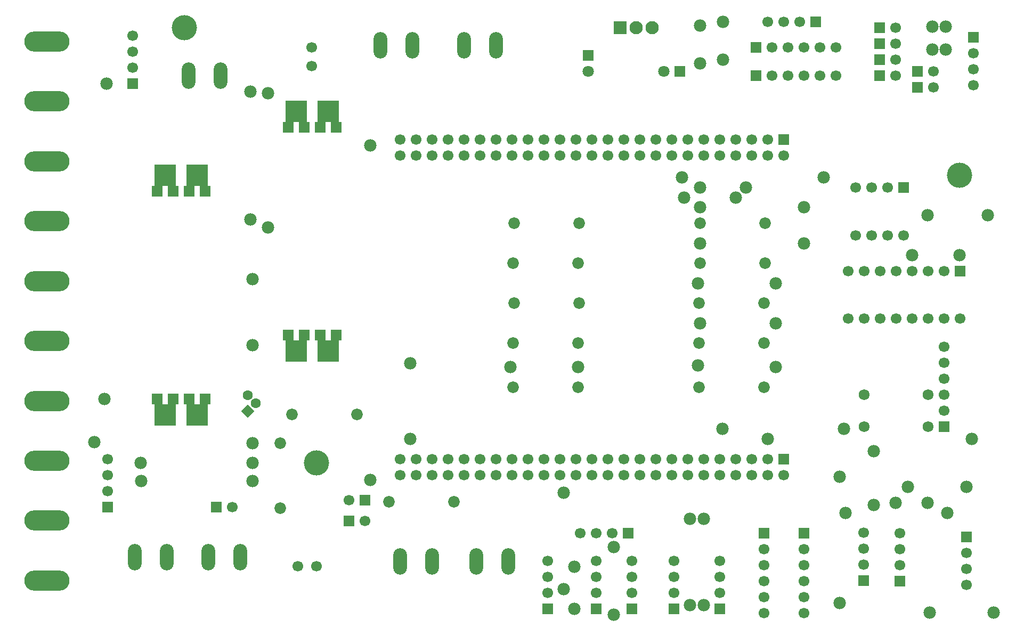
<source format=gbr>
G04 DipTrace 2.3.1.0*
%INBottomMask.gbr*%
%MOIN*%
%ADD19C,0.1575*%
%ADD28C,0.063*%
%ADD50C,0.0779*%
%ADD52R,0.1345X0.1345*%
%ADD54C,0.0827*%
%ADD55C,0.0669*%
%ADD56R,0.0827X0.0827*%
%ADD57R,0.0669X0.0669*%
%ADD58C,0.0679*%
%ADD60C,0.0679*%
%ADD62C,0.0728*%
%ADD65C,0.0669*%
%ADD69O,0.2835X0.126*%
%ADD71O,0.0866X0.1654*%
%ADD73C,0.0709*%
%ADD74R,0.0709X0.0709*%
%FSLAX44Y44*%
G04*
G70*
G90*
G75*
G01*
%LNBotMask*%
%LPD*%
D50*
X67916Y5057D3*
X63916D3*
X28927Y34301D3*
Y13364D3*
X60416Y15178D3*
Y11807D3*
X64916Y41745D3*
Y40307D3*
X64103Y41745D3*
Y40307D3*
X41679Y5303D3*
Y7928D3*
X22541Y37557D3*
Y29182D3*
X21416Y37682D3*
Y29682D3*
X62554Y12928D3*
X66229D3*
X64916Y40307D3*
D3*
X31412Y15929D3*
Y20680D3*
X54304Y23178D3*
X49554D3*
X56054Y30428D3*
X49554D3*
X56054Y28178D3*
X49554D3*
X49429Y25678D3*
X54304D3*
Y20428D3*
X49429Y20553D3*
X62812Y27428D3*
X65804D3*
X11660Y15741D3*
X21554Y15678D3*
X12410Y38178D3*
X12304Y18428D3*
X63804Y29928D3*
X67554D3*
X65041Y11307D3*
X58666D3*
X44166Y4941D3*
Y9182D3*
X49791Y10932D3*
Y5553D3*
X48916Y10932D3*
Y5553D3*
X48429Y32303D3*
X57304D3*
X41041Y12557D3*
Y6553D3*
X58291Y5682D3*
Y13557D3*
X49554Y41803D3*
Y39428D3*
X50992Y42053D3*
Y39678D3*
X58554Y16572D3*
X50947D3*
X53804Y15928D3*
X66554D3*
X21554Y14428D3*
X14554D3*
X48554Y31053D3*
X51804D3*
X49554Y31678D3*
X52429D3*
X61804Y11928D3*
X63804D3*
X14598Y13303D3*
X21554D3*
X52429Y31678D3*
X37679Y20428D3*
X41929D3*
X21554Y25928D3*
Y21803D3*
D74*
X48304Y38928D3*
D73*
X47304D3*
X42554D3*
D74*
Y39928D3*
D19*
X17304Y41678D3*
X65804Y32428D3*
X25554Y14428D3*
D71*
X35554Y8278D3*
X37554Y8279D3*
D69*
X8701Y25815D3*
Y22067D3*
Y33312D3*
Y29564D3*
Y40808D3*
Y37060D3*
Y18319D3*
Y14571D3*
Y10823D3*
Y7075D3*
D71*
X30804Y8278D3*
X32804Y8279D3*
X18804Y8528D3*
X20804Y8529D3*
X14179Y8528D3*
X16179Y8529D3*
X19554Y38678D3*
X17554D3*
X36804Y40578D3*
X34804D3*
X31554D3*
X29554D3*
D57*
X64831Y16697D3*
D55*
Y17697D3*
Y18697D3*
Y19697D3*
Y20697D3*
Y21697D3*
D57*
X12492Y11678D3*
D55*
Y12678D3*
Y13678D3*
Y14678D3*
D57*
X14054Y38178D3*
D55*
Y39178D3*
Y40178D3*
Y41178D3*
D65*
X24379Y7966D3*
X25561D3*
X25266Y39254D3*
Y40435D3*
D57*
X19304Y11678D3*
D55*
X20304D3*
D28*
X21258Y18678D3*
X21758Y18178D3*
G36*
X21668Y17678D2*
X21258Y17268D1*
X20848Y17678D1*
X21258Y18088D1*
X21668Y17678D1*
G37*
D62*
X37929Y24428D3*
X42004D3*
X53554D3*
X49479D3*
X41929Y26928D3*
X37854D3*
X49554D3*
X53629D3*
X37929Y29428D3*
X42004D3*
X53629D3*
X49554D3*
X41929Y21928D3*
X37854D3*
X49479D3*
X53554D3*
X23304Y15678D3*
Y11604D3*
X24017Y17466D3*
X28092D3*
X41929Y19178D3*
X37854D3*
X49479D3*
X53554D3*
D60*
X59831Y18697D3*
D58*
X63831D3*
D60*
X59831Y16697D3*
D58*
X63831D3*
D62*
X34163Y11991D3*
X30088D3*
D57*
X28600Y12116D3*
D55*
X27600D3*
D57*
X62304Y31678D3*
D55*
X61304D3*
X60304D3*
X59304D3*
Y28678D3*
X60304D3*
X61304D3*
X62304D3*
D57*
X63166Y38932D3*
D55*
X64166D3*
D57*
X54804Y34678D3*
D55*
Y33678D3*
X53804Y34678D3*
Y33678D3*
X52804Y34678D3*
Y33678D3*
X51804Y34678D3*
Y33678D3*
X50804Y34678D3*
Y33678D3*
X49804Y34678D3*
Y33678D3*
X48804Y34678D3*
Y33678D3*
X47804Y34678D3*
Y33678D3*
X46804Y34678D3*
Y33678D3*
X45804Y34678D3*
Y33678D3*
X44804Y34678D3*
Y33678D3*
X43804Y34678D3*
Y33678D3*
X42804Y34678D3*
Y33678D3*
X41804Y34678D3*
Y33678D3*
X40804Y34678D3*
Y33678D3*
X39804Y34678D3*
Y33678D3*
X38804Y34678D3*
Y33678D3*
X37804Y34678D3*
Y33678D3*
X36804Y34678D3*
Y33678D3*
X35804Y34678D3*
Y33678D3*
X34804Y34678D3*
Y33678D3*
X33804Y34678D3*
Y33678D3*
X32804Y34678D3*
Y33678D3*
X31804Y34678D3*
Y33678D3*
X30804Y34678D3*
Y33678D3*
D57*
X54804Y14678D3*
D55*
Y13678D3*
X53804Y14678D3*
Y13678D3*
X52804Y14678D3*
Y13678D3*
X51804Y14678D3*
Y13678D3*
X50804Y14678D3*
Y13678D3*
X49804Y14678D3*
Y13678D3*
X48804Y14678D3*
Y13678D3*
X47804Y14678D3*
Y13678D3*
X46804Y14678D3*
Y13678D3*
X45804Y14678D3*
Y13678D3*
X44804Y14678D3*
Y13678D3*
X43804Y14678D3*
Y13678D3*
X42804Y14678D3*
Y13678D3*
X41804Y14678D3*
Y13678D3*
X40804Y14678D3*
Y13678D3*
X39804Y14678D3*
Y13678D3*
X38804Y14678D3*
Y13678D3*
X37804Y14678D3*
Y13678D3*
X36804Y14678D3*
Y13678D3*
X35804Y14678D3*
Y13678D3*
X34804Y14678D3*
Y13678D3*
X33804Y14678D3*
Y13678D3*
X32804Y14678D3*
Y13678D3*
X31804Y14678D3*
Y13678D3*
X30804Y14678D3*
Y13678D3*
D57*
X65831Y26447D3*
D55*
X64831D3*
X63831D3*
X62831D3*
X61831D3*
X60831D3*
X59831D3*
X58831D3*
Y23455D3*
X59831D3*
X60831D3*
X61831D3*
X62831D3*
X63831D3*
X64831D3*
X65831D3*
D57*
X63166Y37932D3*
D55*
X64166D3*
D57*
X62054Y7053D3*
D55*
Y8053D3*
Y9053D3*
Y10053D3*
D57*
X59804Y7054D3*
D55*
Y8054D3*
Y9054D3*
Y10054D3*
D57*
X47929Y5304D3*
D55*
Y6304D3*
Y7304D3*
Y8304D3*
D57*
X50804Y5303D3*
D55*
Y6303D3*
Y7303D3*
Y8303D3*
D57*
X56054Y10053D3*
D55*
Y9053D3*
Y8053D3*
Y7053D3*
Y6053D3*
Y5053D3*
D57*
X53554Y10053D3*
D55*
Y9053D3*
Y8053D3*
Y7053D3*
Y6053D3*
Y5053D3*
D57*
X53054Y38678D3*
D55*
X54054D3*
X55054D3*
X56054D3*
X57054D3*
X58054D3*
D57*
X53054Y40428D3*
D55*
X54054D3*
X55054D3*
X56054D3*
X57054D3*
X58054D3*
D57*
X60804Y39678D3*
D55*
X61804D3*
D57*
X60804Y40678D3*
D55*
X61804D3*
D57*
X60804Y41678D3*
D55*
X61804D3*
D57*
X60804Y38678D3*
D55*
X61804D3*
D57*
X66666Y41057D3*
D55*
Y40057D3*
Y39057D3*
Y38057D3*
D57*
X66229Y9803D3*
D55*
Y8803D3*
Y7803D3*
Y6803D3*
D56*
X44554Y41678D3*
D54*
X45554D3*
X46554D3*
D57*
X40041Y5307D3*
D55*
Y6307D3*
Y7307D3*
Y8307D3*
D57*
X45304Y5303D3*
D55*
Y6303D3*
Y7303D3*
Y8303D3*
D57*
X43054Y5304D3*
D55*
Y6304D3*
Y7304D3*
Y8304D3*
D57*
X45054Y10053D3*
D55*
X44054D3*
X43054D3*
X42054D3*
D57*
X56804Y42053D3*
D55*
X55804D3*
X54804D3*
X53804D3*
D57*
X27599Y10804D3*
D55*
X28599D3*
D52*
X26304Y36428D3*
Y21428D3*
X24304D3*
Y36428D3*
D57*
X26804Y22428D3*
X25804D3*
X24804D3*
X23804D3*
X26804Y35428D3*
X25804D3*
X24804D3*
X23804D3*
D52*
X16081Y17447D3*
Y32447D3*
X18081D3*
Y17447D3*
D57*
X15581Y31447D3*
X16581D3*
X17581D3*
X18581D3*
X15581Y18447D3*
X16581D3*
X17581D3*
X18581D3*
M02*

</source>
